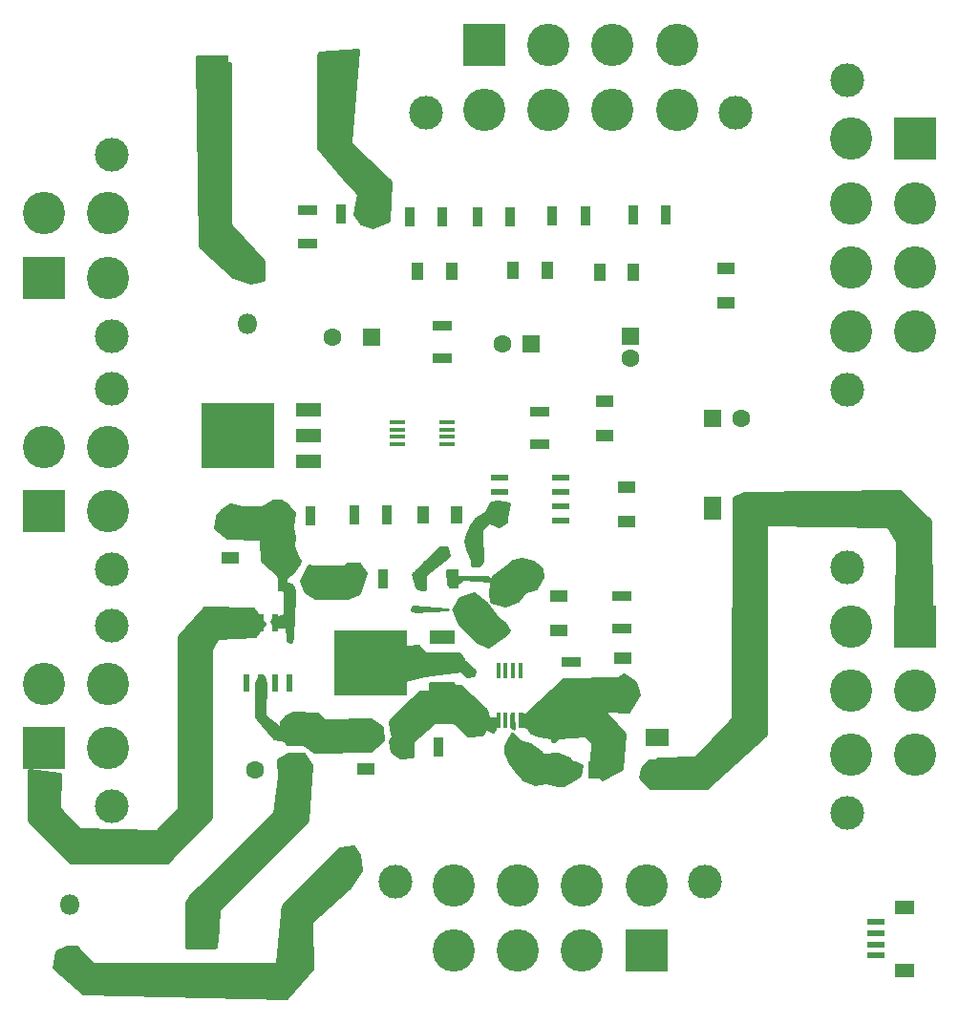
<source format=gbr>
G04 #@! TF.FileFunction,Soldermask,Top*
%FSLAX46Y46*%
G04 Gerber Fmt 4.6, Leading zero omitted, Abs format (unit mm)*
G04 Created by KiCad (PCBNEW 4.0.7) date 05/11/18 12:47:43*
%MOMM*%
%LPD*%
G01*
G04 APERTURE LIST*
%ADD10C,0.100000*%
%ADD11R,1.600000X1.600000*%
%ADD12C,1.600000*%
%ADD13R,1.600000X1.000000*%
%ADD14R,1.000000X1.600000*%
%ADD15R,1.800000X1.800000*%
%ADD16O,1.800000X1.800000*%
%ADD17R,1.650000X2.030000*%
%ADD18R,2.030000X1.650000*%
%ADD19R,2.700000X3.600000*%
%ADD20R,2.750000X4.700000*%
%ADD21R,2.200000X1.200000*%
%ADD22R,6.400000X5.800000*%
%ADD23R,1.700000X0.900000*%
%ADD24R,0.900000X1.700000*%
%ADD25R,0.450000X1.450000*%
%ADD26R,1.450000X0.450000*%
%ADD27R,0.600000X1.550000*%
%ADD28R,1.550000X0.600000*%
%ADD29R,3.750000X3.750000*%
%ADD30C,3.750000*%
%ADD31C,3.000000*%
%ADD32R,1.800000X1.200000*%
%ADD33C,0.254000*%
G04 APERTURE END LIST*
D10*
D11*
X163580000Y-88370000D03*
D12*
X166080000Y-88370000D03*
D13*
X155580000Y-112630000D03*
X155580000Y-109630000D03*
D11*
X147450000Y-81790000D03*
D12*
X144950000Y-81790000D03*
D14*
X148900000Y-75300000D03*
X145900000Y-75300000D03*
D13*
X149950000Y-104140000D03*
X149950000Y-107140000D03*
D11*
X156300000Y-81080000D03*
D12*
X156300000Y-83080000D03*
D14*
X153540000Y-75390000D03*
X156540000Y-75390000D03*
D13*
X144620000Y-104170000D03*
X144620000Y-107170000D03*
X120820000Y-97710000D03*
X120820000Y-100710000D03*
D11*
X126490000Y-119510000D03*
D12*
X122990000Y-119510000D03*
D13*
X153970000Y-86870000D03*
X153970000Y-89870000D03*
D14*
X137420000Y-75380000D03*
X140420000Y-75380000D03*
D11*
X133350000Y-81150000D03*
D12*
X129850000Y-81150000D03*
D14*
X140900000Y-96900000D03*
X137900000Y-96900000D03*
D13*
X132820000Y-116470000D03*
X132820000Y-119470000D03*
X164730000Y-75130000D03*
X164730000Y-78130000D03*
X155910000Y-94500000D03*
X155910000Y-97500000D03*
D15*
X106600000Y-136600000D03*
D16*
X106600000Y-131520000D03*
D15*
X122300000Y-74930000D03*
D16*
X122300000Y-80010000D03*
D17*
X163600000Y-96340000D03*
X166760000Y-96340000D03*
D18*
X158620000Y-116660000D03*
X158620000Y-119820000D03*
D19*
X126650000Y-133600000D03*
X118350000Y-133600000D03*
D20*
X130150000Y-58600000D03*
X119250000Y-58600000D03*
D21*
X139590000Y-112340000D03*
X139590000Y-110060000D03*
X139590000Y-107780000D03*
D22*
X133290000Y-110060000D03*
D21*
X127770000Y-92200000D03*
X127770000Y-89920000D03*
X127770000Y-87640000D03*
D22*
X121470000Y-89920000D03*
D23*
X151070000Y-112850000D03*
X151070000Y-109950000D03*
X148250000Y-87780000D03*
X148250000Y-90680000D03*
X155510000Y-104140000D03*
X155510000Y-107040000D03*
D24*
X139250000Y-117480000D03*
X136350000Y-117480000D03*
X140580000Y-102590000D03*
X137680000Y-102590000D03*
X156530000Y-70320000D03*
X159430000Y-70320000D03*
X152270000Y-70460000D03*
X149370000Y-70460000D03*
X125500000Y-102860000D03*
X128400000Y-102860000D03*
X131460000Y-102590000D03*
X134360000Y-102590000D03*
D23*
X139570000Y-80160000D03*
X139570000Y-83060000D03*
D24*
X127910000Y-97010000D03*
X125010000Y-97010000D03*
X133550000Y-70240000D03*
X130650000Y-70240000D03*
D23*
X127700000Y-69950000D03*
X127700000Y-72850000D03*
D24*
X134710000Y-96900000D03*
X131810000Y-96900000D03*
X139590000Y-70520000D03*
X136690000Y-70520000D03*
X145650000Y-70500000D03*
X142750000Y-70500000D03*
D25*
X146505000Y-110700000D03*
X145855000Y-110700000D03*
X145205000Y-110700000D03*
X144555000Y-110700000D03*
X144555000Y-115100000D03*
X145205000Y-115100000D03*
X145855000Y-115100000D03*
X146505000Y-115100000D03*
D26*
X140000000Y-90675000D03*
X140000000Y-90025000D03*
X140000000Y-89375000D03*
X140000000Y-88725000D03*
X135600000Y-88725000D03*
X135600000Y-89375000D03*
X135600000Y-90025000D03*
X135600000Y-90675000D03*
D27*
X126095000Y-106470000D03*
X124825000Y-106470000D03*
X123555000Y-106470000D03*
X122285000Y-106470000D03*
X122285000Y-111870000D03*
X123555000Y-111870000D03*
X124825000Y-111870000D03*
X126095000Y-111870000D03*
D28*
X144660000Y-93595000D03*
X144660000Y-94865000D03*
X144660000Y-96135000D03*
X144660000Y-97405000D03*
X150060000Y-97405000D03*
X150060000Y-96135000D03*
X150060000Y-94865000D03*
X150060000Y-93595000D03*
D11*
X153290000Y-119510000D03*
D12*
X151290000Y-119510000D03*
D29*
X181500000Y-106800000D03*
D30*
X181500000Y-112500000D03*
X181500000Y-118200000D03*
X175800000Y-106800000D03*
X175800000Y-112500000D03*
X175800000Y-118200000D03*
D31*
X175470000Y-101625000D03*
X175470000Y-123375000D03*
D28*
X178075000Y-133000000D03*
X178075000Y-134000000D03*
X178075000Y-135000000D03*
X178075000Y-136000000D03*
D32*
X180600000Y-131700000D03*
X180600000Y-137300000D03*
D29*
X181500000Y-63600000D03*
D30*
X181500000Y-69300000D03*
X181500000Y-75000000D03*
X181500000Y-80700000D03*
X175800000Y-63600000D03*
X175800000Y-69300000D03*
X175800000Y-75000000D03*
X175800000Y-80700000D03*
D31*
X175470000Y-58425000D03*
X175470000Y-85875000D03*
D29*
X157700000Y-135500000D03*
D30*
X152000000Y-135500000D03*
X146300000Y-135500000D03*
X140600000Y-135500000D03*
X157700000Y-129800000D03*
X152000000Y-129800000D03*
X146300000Y-129800000D03*
X140600000Y-129800000D03*
D31*
X162875000Y-129470000D03*
X135425000Y-129470000D03*
D29*
X104300000Y-75900000D03*
D30*
X104300000Y-70200000D03*
X110000000Y-75900000D03*
X110000000Y-70200000D03*
D31*
X110330000Y-81075000D03*
X110330000Y-65025000D03*
D29*
X104300000Y-96600000D03*
D30*
X104300000Y-90900000D03*
X110000000Y-96600000D03*
X110000000Y-90900000D03*
D31*
X110330000Y-101775000D03*
X110330000Y-85725000D03*
D29*
X104300000Y-117600000D03*
D30*
X104300000Y-111900000D03*
X110000000Y-117600000D03*
X110000000Y-111900000D03*
D31*
X110330000Y-122775000D03*
X110330000Y-106725000D03*
D29*
X143300000Y-55300000D03*
D30*
X149000000Y-55300000D03*
X154700000Y-55300000D03*
X160400000Y-55300000D03*
X143300000Y-61000000D03*
X149000000Y-61000000D03*
X154700000Y-61000000D03*
X160400000Y-61000000D03*
D31*
X138125000Y-61330000D03*
X165575000Y-61330000D03*
D33*
G36*
X132275788Y-127046050D02*
X132370413Y-128465428D01*
X131402950Y-129916622D01*
X128014433Y-133006153D01*
X127984663Y-133046837D01*
X127973038Y-133103097D01*
X128071855Y-137154585D01*
X125842456Y-139771705D01*
X107749474Y-139374057D01*
X105138063Y-137052803D01*
X105411964Y-135591998D01*
X106324460Y-135227000D01*
X107147394Y-135227000D01*
X108610197Y-136689803D01*
X108652211Y-136717666D01*
X108700000Y-136727000D01*
X124800000Y-136727000D01*
X124849410Y-136716994D01*
X124891035Y-136688553D01*
X124918315Y-136646159D01*
X124926179Y-136614420D01*
X125326179Y-133114420D01*
X125326753Y-133107922D01*
X125423714Y-131556552D01*
X130559731Y-126519305D01*
X131744074Y-126337098D01*
X132275788Y-127046050D01*
X132275788Y-127046050D01*
G37*
X132275788Y-127046050D02*
X132370413Y-128465428D01*
X131402950Y-129916622D01*
X128014433Y-133006153D01*
X127984663Y-133046837D01*
X127973038Y-133103097D01*
X128071855Y-137154585D01*
X125842456Y-139771705D01*
X107749474Y-139374057D01*
X105138063Y-137052803D01*
X105411964Y-135591998D01*
X106324460Y-135227000D01*
X107147394Y-135227000D01*
X108610197Y-136689803D01*
X108652211Y-136717666D01*
X108700000Y-136727000D01*
X124800000Y-136727000D01*
X124849410Y-136716994D01*
X124891035Y-136688553D01*
X124918315Y-136646159D01*
X124926179Y-136614420D01*
X125326179Y-133114420D01*
X125326753Y-133107922D01*
X125423714Y-131556552D01*
X130559731Y-126519305D01*
X131744074Y-126337098D01*
X132275788Y-127046050D01*
G36*
X127970764Y-119133468D02*
X127676115Y-124044279D01*
X119810197Y-131910197D01*
X119782334Y-131952211D01*
X119773247Y-131992078D01*
X119598288Y-134791425D01*
X119009428Y-133831802D01*
X118975057Y-133794922D01*
X118929046Y-133774319D01*
X118878645Y-133773241D01*
X118831795Y-133791856D01*
X118795878Y-133827233D01*
X118776555Y-133873795D01*
X118776869Y-133924207D01*
X118789058Y-133957866D01*
X119488598Y-135273000D01*
X116927000Y-135273000D01*
X116927000Y-131244548D01*
X117151260Y-130964223D01*
X117174313Y-130919390D01*
X117178107Y-130869120D01*
X117160788Y-130819755D01*
X124689206Y-123390395D01*
X124717347Y-123348567D01*
X124726019Y-123315752D01*
X125126019Y-120115752D01*
X125126753Y-120092078D01*
X125031998Y-118575991D01*
X125929980Y-118127000D01*
X127330284Y-118127000D01*
X127970764Y-119133468D01*
X127970764Y-119133468D01*
G37*
X127970764Y-119133468D02*
X127676115Y-124044279D01*
X119810197Y-131910197D01*
X119782334Y-131952211D01*
X119773247Y-131992078D01*
X119598288Y-134791425D01*
X119009428Y-133831802D01*
X118975057Y-133794922D01*
X118929046Y-133774319D01*
X118878645Y-133773241D01*
X118831795Y-133791856D01*
X118795878Y-133827233D01*
X118776555Y-133873795D01*
X118776869Y-133924207D01*
X118789058Y-133957866D01*
X119488598Y-135273000D01*
X116927000Y-135273000D01*
X116927000Y-131244548D01*
X117151260Y-130964223D01*
X117174313Y-130919390D01*
X117178107Y-130869120D01*
X117160788Y-130819755D01*
X124689206Y-123390395D01*
X124717347Y-123348567D01*
X124726019Y-123315752D01*
X125126019Y-120115752D01*
X125126753Y-120092078D01*
X125031998Y-118575991D01*
X125929980Y-118127000D01*
X127330284Y-118127000D01*
X127970764Y-119133468D01*
G36*
X122834578Y-105225546D02*
X123841888Y-106599150D01*
X123033742Y-107676678D01*
X119692542Y-107873219D01*
X119643805Y-107886109D01*
X119603922Y-107916945D01*
X119588982Y-107938323D01*
X119088982Y-108838323D01*
X119073000Y-108900000D01*
X119073000Y-123749245D01*
X115245526Y-127773000D01*
X106652606Y-127773000D01*
X102927000Y-124047394D01*
X102927000Y-119544440D01*
X105769347Y-119911195D01*
X105673066Y-122895905D01*
X105681474Y-122945612D01*
X105707669Y-122987201D01*
X107407669Y-124787201D01*
X107448870Y-124816253D01*
X107498133Y-124826986D01*
X114298133Y-124926986D01*
X114347684Y-124917708D01*
X114392196Y-124887344D01*
X116192196Y-122987344D01*
X116218914Y-122944593D01*
X116227000Y-122900000D01*
X116227000Y-107649655D01*
X118554433Y-105128270D01*
X122834578Y-105225546D01*
X122834578Y-105225546D01*
G37*
X122834578Y-105225546D02*
X123841888Y-106599150D01*
X123033742Y-107676678D01*
X119692542Y-107873219D01*
X119643805Y-107886109D01*
X119603922Y-107916945D01*
X119588982Y-107938323D01*
X119088982Y-108838323D01*
X119073000Y-108900000D01*
X119073000Y-123749245D01*
X115245526Y-127773000D01*
X106652606Y-127773000D01*
X102927000Y-124047394D01*
X102927000Y-119544440D01*
X105769347Y-119911195D01*
X105673066Y-122895905D01*
X105681474Y-122945612D01*
X105707669Y-122987201D01*
X107407669Y-124787201D01*
X107448870Y-124816253D01*
X107498133Y-124826986D01*
X114298133Y-124926986D01*
X114347684Y-124917708D01*
X114392196Y-124887344D01*
X116192196Y-122987344D01*
X116218914Y-122944593D01*
X116227000Y-122900000D01*
X116227000Y-107649655D01*
X118554433Y-105128270D01*
X122834578Y-105225546D01*
G36*
X132857869Y-102118417D02*
X132201206Y-103900789D01*
X131177626Y-104273000D01*
X128332909Y-104273000D01*
X127496021Y-103808062D01*
X127315261Y-103446542D01*
X127040739Y-102805990D01*
X127776200Y-101427000D01*
X127847394Y-101427000D01*
X127910197Y-101489803D01*
X127952211Y-101517666D01*
X128000000Y-101527000D01*
X130800000Y-101527000D01*
X130849410Y-101516994D01*
X130876200Y-101501600D01*
X131242333Y-101227000D01*
X132233877Y-101227000D01*
X132857869Y-102118417D01*
X132857869Y-102118417D01*
G37*
X132857869Y-102118417D02*
X132201206Y-103900789D01*
X131177626Y-104273000D01*
X128332909Y-104273000D01*
X127496021Y-103808062D01*
X127315261Y-103446542D01*
X127040739Y-102805990D01*
X127776200Y-101427000D01*
X127847394Y-101427000D01*
X127910197Y-101489803D01*
X127952211Y-101517666D01*
X128000000Y-101527000D01*
X130800000Y-101527000D01*
X130849410Y-101516994D01*
X130876200Y-101501600D01*
X131242333Y-101227000D01*
X132233877Y-101227000D01*
X132857869Y-102118417D01*
G36*
X125721251Y-95900857D02*
X126006131Y-96185737D01*
X126465154Y-96736565D01*
X126374728Y-97279121D01*
X126374276Y-97282039D01*
X126274276Y-97982039D01*
X126276024Y-98027550D01*
X126471003Y-98904953D01*
X126374276Y-99582039D01*
X126382083Y-99647167D01*
X126580699Y-100143707D01*
X126779517Y-100740161D01*
X126794330Y-100770447D01*
X126959875Y-101018765D01*
X126884895Y-101243706D01*
X126501308Y-101819086D01*
X126115164Y-102205230D01*
X125620664Y-102600830D01*
X125588331Y-102639509D01*
X125573000Y-102700000D01*
X125573000Y-102800000D01*
X125583006Y-102849410D01*
X125611447Y-102891035D01*
X125659839Y-102920483D01*
X126218501Y-103106704D01*
X126384895Y-103356294D01*
X126472334Y-103618611D01*
X126373963Y-106668094D01*
X126286408Y-106843204D01*
X126273000Y-106900000D01*
X126273000Y-107789489D01*
X126199162Y-108232517D01*
X125846521Y-108114970D01*
X125924534Y-107724907D01*
X125925724Y-107682039D01*
X125825724Y-106982039D01*
X125808831Y-106934541D01*
X125774789Y-106897357D01*
X125728963Y-106876347D01*
X125700000Y-106873000D01*
X125120610Y-106873000D01*
X124596041Y-106698144D01*
X124449019Y-106330587D01*
X124575232Y-106204374D01*
X124750829Y-106116575D01*
X125544593Y-105818914D01*
X125587344Y-105792196D01*
X125616332Y-105750951D01*
X125627000Y-105700000D01*
X125627000Y-103800000D01*
X125616994Y-103750590D01*
X125589803Y-103710197D01*
X125314676Y-103435070D01*
X125023208Y-102269198D01*
X125001517Y-102223690D01*
X124982651Y-102203574D01*
X123623964Y-101038985D01*
X123526824Y-99193325D01*
X123514236Y-99144509D01*
X123483646Y-99104437D01*
X123439877Y-99079423D01*
X123404377Y-99073075D01*
X120544267Y-98974451D01*
X119437965Y-98144723D01*
X119619611Y-97054847D01*
X120084548Y-96496922D01*
X120820553Y-96036919D01*
X121793593Y-96296396D01*
X121843913Y-96299459D01*
X121891460Y-96282704D01*
X121916119Y-96263487D01*
X121952606Y-96227000D01*
X123700000Y-96227000D01*
X123770447Y-96205670D01*
X124638452Y-95627000D01*
X125264822Y-95627000D01*
X125721251Y-95900857D01*
X125721251Y-95900857D01*
G37*
X125721251Y-95900857D02*
X126006131Y-96185737D01*
X126465154Y-96736565D01*
X126374728Y-97279121D01*
X126374276Y-97282039D01*
X126274276Y-97982039D01*
X126276024Y-98027550D01*
X126471003Y-98904953D01*
X126374276Y-99582039D01*
X126382083Y-99647167D01*
X126580699Y-100143707D01*
X126779517Y-100740161D01*
X126794330Y-100770447D01*
X126959875Y-101018765D01*
X126884895Y-101243706D01*
X126501308Y-101819086D01*
X126115164Y-102205230D01*
X125620664Y-102600830D01*
X125588331Y-102639509D01*
X125573000Y-102700000D01*
X125573000Y-102800000D01*
X125583006Y-102849410D01*
X125611447Y-102891035D01*
X125659839Y-102920483D01*
X126218501Y-103106704D01*
X126384895Y-103356294D01*
X126472334Y-103618611D01*
X126373963Y-106668094D01*
X126286408Y-106843204D01*
X126273000Y-106900000D01*
X126273000Y-107789489D01*
X126199162Y-108232517D01*
X125846521Y-108114970D01*
X125924534Y-107724907D01*
X125925724Y-107682039D01*
X125825724Y-106982039D01*
X125808831Y-106934541D01*
X125774789Y-106897357D01*
X125728963Y-106876347D01*
X125700000Y-106873000D01*
X125120610Y-106873000D01*
X124596041Y-106698144D01*
X124449019Y-106330587D01*
X124575232Y-106204374D01*
X124750829Y-106116575D01*
X125544593Y-105818914D01*
X125587344Y-105792196D01*
X125616332Y-105750951D01*
X125627000Y-105700000D01*
X125627000Y-103800000D01*
X125616994Y-103750590D01*
X125589803Y-103710197D01*
X125314676Y-103435070D01*
X125023208Y-102269198D01*
X125001517Y-102223690D01*
X124982651Y-102203574D01*
X123623964Y-101038985D01*
X123526824Y-99193325D01*
X123514236Y-99144509D01*
X123483646Y-99104437D01*
X123439877Y-99079423D01*
X123404377Y-99073075D01*
X120544267Y-98974451D01*
X119437965Y-98144723D01*
X119619611Y-97054847D01*
X120084548Y-96496922D01*
X120820553Y-96036919D01*
X121793593Y-96296396D01*
X121843913Y-96299459D01*
X121891460Y-96282704D01*
X121916119Y-96263487D01*
X121952606Y-96227000D01*
X123700000Y-96227000D01*
X123770447Y-96205670D01*
X124638452Y-95627000D01*
X125264822Y-95627000D01*
X125721251Y-95900857D01*
G36*
X123972385Y-111815636D02*
X123873075Y-114695623D01*
X123881373Y-114745349D01*
X123923800Y-114801600D01*
X125123800Y-115701600D01*
X125169332Y-115723241D01*
X125219696Y-115725463D01*
X125266956Y-115707916D01*
X125303666Y-115673364D01*
X125324042Y-115627252D01*
X125327000Y-115600000D01*
X125327000Y-115338452D01*
X125686962Y-114798509D01*
X126427241Y-114428369D01*
X128550549Y-114524883D01*
X129217349Y-115096426D01*
X129261376Y-115120984D01*
X129303174Y-115126960D01*
X133260127Y-115028036D01*
X134277872Y-115768214D01*
X134368347Y-116944394D01*
X133252943Y-117873898D01*
X128242472Y-117972142D01*
X127377970Y-117299752D01*
X127332826Y-117277316D01*
X127300000Y-117273000D01*
X125799158Y-117273000D01*
X125723208Y-116969198D01*
X125701517Y-116923690D01*
X125663830Y-116890206D01*
X125612637Y-116873630D01*
X124666818Y-116779048D01*
X123300248Y-115022030D01*
X123256796Y-114986408D01*
X123127000Y-114921510D01*
X123127000Y-111829980D01*
X123384670Y-111314640D01*
X123809035Y-111243913D01*
X123972385Y-111815636D01*
X123972385Y-111815636D01*
G37*
X123972385Y-111815636D02*
X123873075Y-114695623D01*
X123881373Y-114745349D01*
X123923800Y-114801600D01*
X125123800Y-115701600D01*
X125169332Y-115723241D01*
X125219696Y-115725463D01*
X125266956Y-115707916D01*
X125303666Y-115673364D01*
X125324042Y-115627252D01*
X125327000Y-115600000D01*
X125327000Y-115338452D01*
X125686962Y-114798509D01*
X126427241Y-114428369D01*
X128550549Y-114524883D01*
X129217349Y-115096426D01*
X129261376Y-115120984D01*
X129303174Y-115126960D01*
X133260127Y-115028036D01*
X134277872Y-115768214D01*
X134368347Y-116944394D01*
X133252943Y-117873898D01*
X128242472Y-117972142D01*
X127377970Y-117299752D01*
X127332826Y-117277316D01*
X127300000Y-117273000D01*
X125799158Y-117273000D01*
X125723208Y-116969198D01*
X125701517Y-116923690D01*
X125663830Y-116890206D01*
X125612637Y-116873630D01*
X124666818Y-116779048D01*
X123300248Y-115022030D01*
X123256796Y-114986408D01*
X123127000Y-114921510D01*
X123127000Y-111829980D01*
X123384670Y-111314640D01*
X123809035Y-111243913D01*
X123972385Y-111815636D01*
G36*
X141245286Y-112122018D02*
X143487777Y-114169510D01*
X143677886Y-114834890D01*
X143701081Y-114879650D01*
X143739863Y-114911859D01*
X143784248Y-114926019D01*
X144451034Y-115009367D01*
X144282146Y-115938248D01*
X144074923Y-116145471D01*
X143556796Y-115886408D01*
X143508128Y-115873260D01*
X143458178Y-115880084D01*
X143414819Y-115905802D01*
X143391098Y-115934659D01*
X143125076Y-116378028D01*
X141845764Y-116469408D01*
X140586142Y-115306680D01*
X140543048Y-115280518D01*
X140500000Y-115273000D01*
X139000000Y-115273000D01*
X138950590Y-115283006D01*
X138915317Y-115305354D01*
X137015317Y-117005354D01*
X136985166Y-117045758D01*
X136973000Y-117100000D01*
X136973000Y-118382394D01*
X135837942Y-118469706D01*
X135116042Y-117928281D01*
X134936855Y-116942751D01*
X135189803Y-116689803D01*
X135217666Y-116647789D01*
X135226988Y-116598246D01*
X135222114Y-116565110D01*
X135024089Y-115872022D01*
X134927000Y-115289489D01*
X134927000Y-115252606D01*
X136787173Y-113392433D01*
X137648285Y-112627000D01*
X138400000Y-112627000D01*
X138449410Y-112616994D01*
X138491035Y-112588553D01*
X138518315Y-112546159D01*
X138527000Y-112500000D01*
X138527000Y-111840816D01*
X141245286Y-112122018D01*
X141245286Y-112122018D01*
G37*
X141245286Y-112122018D02*
X143487777Y-114169510D01*
X143677886Y-114834890D01*
X143701081Y-114879650D01*
X143739863Y-114911859D01*
X143784248Y-114926019D01*
X144451034Y-115009367D01*
X144282146Y-115938248D01*
X144074923Y-116145471D01*
X143556796Y-115886408D01*
X143508128Y-115873260D01*
X143458178Y-115880084D01*
X143414819Y-115905802D01*
X143391098Y-115934659D01*
X143125076Y-116378028D01*
X141845764Y-116469408D01*
X140586142Y-115306680D01*
X140543048Y-115280518D01*
X140500000Y-115273000D01*
X139000000Y-115273000D01*
X138950590Y-115283006D01*
X138915317Y-115305354D01*
X137015317Y-117005354D01*
X136985166Y-117045758D01*
X136973000Y-117100000D01*
X136973000Y-118382394D01*
X135837942Y-118469706D01*
X135116042Y-117928281D01*
X134936855Y-116942751D01*
X135189803Y-116689803D01*
X135217666Y-116647789D01*
X135226988Y-116598246D01*
X135222114Y-116565110D01*
X135024089Y-115872022D01*
X134927000Y-115289489D01*
X134927000Y-115252606D01*
X136787173Y-113392433D01*
X137648285Y-112627000D01*
X138400000Y-112627000D01*
X138449410Y-112616994D01*
X138491035Y-112588553D01*
X138518315Y-112546159D01*
X138527000Y-112500000D01*
X138527000Y-111840816D01*
X141245286Y-112122018D01*
G36*
X182873689Y-97454627D02*
X182971409Y-105076727D01*
X179829236Y-105169144D01*
X179926982Y-99402152D01*
X179908161Y-99333440D01*
X179108161Y-98033440D01*
X179073743Y-97996603D01*
X179027706Y-97976059D01*
X179002396Y-97973023D01*
X168402396Y-97773023D01*
X168352806Y-97782095D01*
X168310652Y-97809745D01*
X168282577Y-97851617D01*
X168273000Y-97900000D01*
X168273000Y-116443677D01*
X163051039Y-121173000D01*
X158052606Y-121173000D01*
X157137864Y-120258258D01*
X157316993Y-119362613D01*
X157952606Y-118727000D01*
X158500000Y-118727000D01*
X158549410Y-118716994D01*
X158589803Y-118689803D01*
X158754190Y-118525416D01*
X162003847Y-118426942D01*
X162052931Y-118415444D01*
X162091173Y-118388411D01*
X165291173Y-115088411D01*
X165318387Y-115045973D01*
X165326998Y-115000645D01*
X165426564Y-95386158D01*
X166325338Y-95026649D01*
X180149510Y-94827740D01*
X182873689Y-97454627D01*
X182873689Y-97454627D01*
G37*
X182873689Y-97454627D02*
X182971409Y-105076727D01*
X179829236Y-105169144D01*
X179926982Y-99402152D01*
X179908161Y-99333440D01*
X179108161Y-98033440D01*
X179073743Y-97996603D01*
X179027706Y-97976059D01*
X179002396Y-97973023D01*
X168402396Y-97773023D01*
X168352806Y-97782095D01*
X168310652Y-97809745D01*
X168282577Y-97851617D01*
X168273000Y-97900000D01*
X168273000Y-116443677D01*
X163051039Y-121173000D01*
X158052606Y-121173000D01*
X157137864Y-120258258D01*
X157316993Y-119362613D01*
X157952606Y-118727000D01*
X158500000Y-118727000D01*
X158549410Y-118716994D01*
X158589803Y-118689803D01*
X158754190Y-118525416D01*
X162003847Y-118426942D01*
X162052931Y-118415444D01*
X162091173Y-118388411D01*
X165291173Y-115088411D01*
X165318387Y-115045973D01*
X165326998Y-115000645D01*
X165426564Y-95386158D01*
X166325338Y-95026649D01*
X180149510Y-94827740D01*
X182873689Y-97454627D01*
G36*
X146610197Y-117089803D02*
X146652211Y-117117666D01*
X146682039Y-117125724D01*
X147352017Y-117221435D01*
X148307589Y-117890335D01*
X148494330Y-118170447D01*
X148530063Y-118206008D01*
X148576816Y-118224866D01*
X148609740Y-118226626D01*
X149880272Y-118128893D01*
X150819768Y-118504691D01*
X151098400Y-118876200D01*
X151136051Y-118909725D01*
X151172450Y-118923976D01*
X151953196Y-119097475D01*
X151785338Y-120020690D01*
X150364822Y-120873000D01*
X149812577Y-120873000D01*
X148824907Y-120675466D01*
X148787363Y-120673630D01*
X147816182Y-120770748D01*
X146774080Y-120391802D01*
X146099702Y-119621085D01*
X145612237Y-118938633D01*
X145227000Y-117975541D01*
X145227000Y-117426067D01*
X145512138Y-116760745D01*
X145819738Y-116299344D01*
X146610197Y-117089803D01*
X146610197Y-117089803D01*
G37*
X146610197Y-117089803D02*
X146652211Y-117117666D01*
X146682039Y-117125724D01*
X147352017Y-117221435D01*
X148307589Y-117890335D01*
X148494330Y-118170447D01*
X148530063Y-118206008D01*
X148576816Y-118224866D01*
X148609740Y-118226626D01*
X149880272Y-118128893D01*
X150819768Y-118504691D01*
X151098400Y-118876200D01*
X151136051Y-118909725D01*
X151172450Y-118923976D01*
X151953196Y-119097475D01*
X151785338Y-120020690D01*
X150364822Y-120873000D01*
X149812577Y-120873000D01*
X148824907Y-120675466D01*
X148787363Y-120673630D01*
X147816182Y-120770748D01*
X146774080Y-120391802D01*
X146099702Y-119621085D01*
X145612237Y-118938633D01*
X145227000Y-117975541D01*
X145227000Y-117426067D01*
X145512138Y-116760745D01*
X145819738Y-116299344D01*
X146610197Y-117089803D01*
G36*
X145970227Y-115865707D02*
X145927000Y-115930548D01*
X145927000Y-115900000D01*
X145916994Y-115850590D01*
X145888553Y-115808965D01*
X145856796Y-115786408D01*
X145727000Y-115721510D01*
X145727000Y-114627000D01*
X145881748Y-114627000D01*
X145970227Y-115865707D01*
X145970227Y-115865707D01*
G37*
X145970227Y-115865707D02*
X145927000Y-115930548D01*
X145927000Y-115900000D01*
X145916994Y-115850590D01*
X145888553Y-115808965D01*
X145856796Y-115786408D01*
X145727000Y-115721510D01*
X145727000Y-114627000D01*
X145881748Y-114627000D01*
X145970227Y-115865707D01*
G36*
X156692387Y-111778771D02*
X157060601Y-112883414D01*
X156131840Y-114369433D01*
X154206342Y-114273158D01*
X154156494Y-114280684D01*
X154113501Y-114307011D01*
X154084138Y-114347990D01*
X154073032Y-114397165D01*
X154081932Y-114446786D01*
X154105354Y-114484683D01*
X155768378Y-116343357D01*
X155479669Y-119422917D01*
X153753212Y-120422444D01*
X152829157Y-118574333D01*
X152926677Y-117209048D01*
X152920217Y-117159051D01*
X152889803Y-117110197D01*
X152289803Y-116510197D01*
X152247789Y-116482334D01*
X152188998Y-116473477D01*
X149888998Y-116673477D01*
X149840640Y-116687726D01*
X149810197Y-116710197D01*
X149547394Y-116973000D01*
X149327000Y-116973000D01*
X149327000Y-116800000D01*
X149316994Y-116750590D01*
X149288553Y-116708965D01*
X149224907Y-116675466D01*
X148724907Y-116575466D01*
X148720879Y-116574728D01*
X148135966Y-116477243D01*
X147479285Y-116195808D01*
X147099170Y-115720664D01*
X147060491Y-115688331D01*
X147000000Y-115673000D01*
X146427000Y-115673000D01*
X146427000Y-114527000D01*
X146673000Y-114527000D01*
X146673000Y-114600000D01*
X146683006Y-114649410D01*
X146711447Y-114691035D01*
X146753841Y-114718315D01*
X146803509Y-114726952D01*
X146852623Y-114715584D01*
X146885696Y-114693730D01*
X150350426Y-111525977D01*
X155102645Y-111426972D01*
X155170447Y-111405670D01*
X155696843Y-111054739D01*
X156692387Y-111778771D01*
X156692387Y-111778771D01*
G37*
X156692387Y-111778771D02*
X157060601Y-112883414D01*
X156131840Y-114369433D01*
X154206342Y-114273158D01*
X154156494Y-114280684D01*
X154113501Y-114307011D01*
X154084138Y-114347990D01*
X154073032Y-114397165D01*
X154081932Y-114446786D01*
X154105354Y-114484683D01*
X155768378Y-116343357D01*
X155479669Y-119422917D01*
X153753212Y-120422444D01*
X152829157Y-118574333D01*
X152926677Y-117209048D01*
X152920217Y-117159051D01*
X152889803Y-117110197D01*
X152289803Y-116510197D01*
X152247789Y-116482334D01*
X152188998Y-116473477D01*
X149888998Y-116673477D01*
X149840640Y-116687726D01*
X149810197Y-116710197D01*
X149547394Y-116973000D01*
X149327000Y-116973000D01*
X149327000Y-116800000D01*
X149316994Y-116750590D01*
X149288553Y-116708965D01*
X149224907Y-116675466D01*
X148724907Y-116575466D01*
X148720879Y-116574728D01*
X148135966Y-116477243D01*
X147479285Y-116195808D01*
X147099170Y-115720664D01*
X147060491Y-115688331D01*
X147000000Y-115673000D01*
X146427000Y-115673000D01*
X146427000Y-114527000D01*
X146673000Y-114527000D01*
X146673000Y-114600000D01*
X146683006Y-114649410D01*
X146711447Y-114691035D01*
X146753841Y-114718315D01*
X146803509Y-114726952D01*
X146852623Y-114715584D01*
X146885696Y-114693730D01*
X150350426Y-111525977D01*
X155102645Y-111426972D01*
X155170447Y-111405670D01*
X155696843Y-111054739D01*
X156692387Y-111778771D01*
G36*
X143508079Y-104689809D02*
X144496656Y-106073817D01*
X144529553Y-106105670D01*
X145106798Y-106490500D01*
X145538758Y-107181636D01*
X145017626Y-107702768D01*
X143688404Y-108652212D01*
X142773569Y-108194795D01*
X141010395Y-106529574D01*
X140620483Y-105359839D01*
X140595366Y-105316129D01*
X140574923Y-105300600D01*
X140583366Y-105295808D01*
X140613592Y-105256796D01*
X141090771Y-104302438D01*
X142378419Y-103842564D01*
X143508079Y-104689809D01*
X143508079Y-104689809D01*
G37*
X143508079Y-104689809D02*
X144496656Y-106073817D01*
X144529553Y-106105670D01*
X145106798Y-106490500D01*
X145538758Y-107181636D01*
X145017626Y-107702768D01*
X143688404Y-108652212D01*
X142773569Y-108194795D01*
X141010395Y-106529574D01*
X140620483Y-105359839D01*
X140595366Y-105316129D01*
X140574923Y-105300600D01*
X140583366Y-105295808D01*
X140613592Y-105256796D01*
X141090771Y-104302438D01*
X142378419Y-103842564D01*
X143508079Y-104689809D01*
G36*
X140102398Y-105294306D02*
X137116663Y-105455698D01*
X137111980Y-105440087D01*
X137079848Y-105401241D01*
X137035134Y-105377957D01*
X136984885Y-105373903D01*
X136959839Y-105379517D01*
X136888261Y-105403376D01*
X136993446Y-105035227D01*
X140102398Y-105294306D01*
X140102398Y-105294306D01*
G37*
X140102398Y-105294306D02*
X137116663Y-105455698D01*
X137111980Y-105440087D01*
X137079848Y-105401241D01*
X137035134Y-105377957D01*
X136984885Y-105373903D01*
X136959839Y-105379517D01*
X136888261Y-105403376D01*
X136993446Y-105035227D01*
X140102398Y-105294306D01*
G36*
X147643195Y-101116146D02*
X148379845Y-101668633D01*
X148469362Y-102474286D01*
X147916133Y-103488539D01*
X147072450Y-103676024D01*
X147026387Y-103696510D01*
X146999752Y-103722030D01*
X146323360Y-104591677D01*
X145197113Y-104967092D01*
X143916814Y-104601293D01*
X143827879Y-103800875D01*
X143926019Y-103015752D01*
X143927000Y-103000000D01*
X143927000Y-102900000D01*
X143916994Y-102850590D01*
X143888553Y-102808965D01*
X143846159Y-102781685D01*
X143810547Y-102773439D01*
X141410547Y-102573439D01*
X141360476Y-102579307D01*
X141316634Y-102604192D01*
X141279517Y-102659839D01*
X141202041Y-102892268D01*
X140117409Y-103142568D01*
X140035186Y-101827000D01*
X140873000Y-101827000D01*
X140873000Y-102300000D01*
X140883006Y-102349410D01*
X140911447Y-102391035D01*
X140953841Y-102418315D01*
X141000000Y-102427000D01*
X143547394Y-102427000D01*
X143810197Y-102689803D01*
X143852211Y-102717666D01*
X143901754Y-102726988D01*
X143951022Y-102716300D01*
X143992249Y-102687287D01*
X144018941Y-102644520D01*
X144027000Y-102600000D01*
X144027000Y-102552606D01*
X144284836Y-102294770D01*
X145279336Y-101499170D01*
X145281303Y-101497564D01*
X145858985Y-101016162D01*
X146598604Y-100831258D01*
X147643195Y-101116146D01*
X147643195Y-101116146D01*
G37*
X147643195Y-101116146D02*
X148379845Y-101668633D01*
X148469362Y-102474286D01*
X147916133Y-103488539D01*
X147072450Y-103676024D01*
X147026387Y-103696510D01*
X146999752Y-103722030D01*
X146323360Y-104591677D01*
X145197113Y-104967092D01*
X143916814Y-104601293D01*
X143827879Y-103800875D01*
X143926019Y-103015752D01*
X143927000Y-103000000D01*
X143927000Y-102900000D01*
X143916994Y-102850590D01*
X143888553Y-102808965D01*
X143846159Y-102781685D01*
X143810547Y-102773439D01*
X141410547Y-102573439D01*
X141360476Y-102579307D01*
X141316634Y-102604192D01*
X141279517Y-102659839D01*
X141202041Y-102892268D01*
X140117409Y-103142568D01*
X140035186Y-101827000D01*
X140873000Y-101827000D01*
X140873000Y-102300000D01*
X140883006Y-102349410D01*
X140911447Y-102391035D01*
X140953841Y-102418315D01*
X141000000Y-102427000D01*
X143547394Y-102427000D01*
X143810197Y-102689803D01*
X143852211Y-102717666D01*
X143901754Y-102726988D01*
X143951022Y-102716300D01*
X143992249Y-102687287D01*
X144018941Y-102644520D01*
X144027000Y-102600000D01*
X144027000Y-102552606D01*
X144284836Y-102294770D01*
X145279336Y-101499170D01*
X145281303Y-101497564D01*
X145858985Y-101016162D01*
X146598604Y-100831258D01*
X147643195Y-101116146D01*
G36*
X145548827Y-95901596D02*
X145187473Y-97618028D01*
X144596003Y-97956011D01*
X143856796Y-97586408D01*
X143808128Y-97573260D01*
X143758178Y-97580084D01*
X143703574Y-97617349D01*
X143103574Y-98317349D01*
X143079016Y-98361376D01*
X143073087Y-98404700D01*
X143171037Y-101049357D01*
X142910197Y-101310197D01*
X142882334Y-101352211D01*
X142873012Y-101401754D01*
X142875446Y-101412975D01*
X142227000Y-101462856D01*
X142227000Y-101000000D01*
X142217917Y-100952833D01*
X141821116Y-99960831D01*
X141632178Y-99205077D01*
X141819739Y-98642393D01*
X142111353Y-97864757D01*
X142585772Y-97295453D01*
X143470447Y-96705670D01*
X143516054Y-96651580D01*
X143886924Y-95817123D01*
X144596436Y-95728434D01*
X145548827Y-95901596D01*
X145548827Y-95901596D01*
G37*
X145548827Y-95901596D02*
X145187473Y-97618028D01*
X144596003Y-97956011D01*
X143856796Y-97586408D01*
X143808128Y-97573260D01*
X143758178Y-97580084D01*
X143703574Y-97617349D01*
X143103574Y-98317349D01*
X143079016Y-98361376D01*
X143073087Y-98404700D01*
X143171037Y-101049357D01*
X142910197Y-101310197D01*
X142882334Y-101352211D01*
X142873012Y-101401754D01*
X142875446Y-101412975D01*
X142227000Y-101462856D01*
X142227000Y-101000000D01*
X142217917Y-100952833D01*
X141821116Y-99960831D01*
X141632178Y-99205077D01*
X141819739Y-98642393D01*
X142111353Y-97864757D01*
X142585772Y-97295453D01*
X143470447Y-96705670D01*
X143516054Y-96651580D01*
X143886924Y-95817123D01*
X144596436Y-95728434D01*
X145548827Y-95901596D01*
G36*
X120773000Y-56902222D02*
X120773000Y-71100000D01*
X120783006Y-71149410D01*
X120806028Y-71185429D01*
X123773000Y-74449098D01*
X123773000Y-76098970D01*
X122605004Y-76368507D01*
X121065499Y-75887412D01*
X118126035Y-73143912D01*
X117829798Y-56258396D01*
X120773000Y-56902222D01*
X120773000Y-56902222D01*
G37*
X120773000Y-56902222D02*
X120773000Y-71100000D01*
X120783006Y-71149410D01*
X120806028Y-71185429D01*
X123773000Y-74449098D01*
X123773000Y-76098970D01*
X122605004Y-76368507D01*
X121065499Y-75887412D01*
X118126035Y-73143912D01*
X117829798Y-56258396D01*
X120773000Y-56902222D01*
G36*
X131473449Y-63889327D02*
X131479267Y-63939403D01*
X131512799Y-63992331D01*
X135069925Y-67351839D01*
X134877529Y-70814959D01*
X133395648Y-71463281D01*
X132382558Y-71094885D01*
X131833528Y-70271341D01*
X132125272Y-68520879D01*
X132123525Y-68470496D01*
X132093320Y-68413858D01*
X130895031Y-67115712D01*
X128627000Y-64453240D01*
X128627000Y-56215634D01*
X128700470Y-55921755D01*
X132161190Y-55734689D01*
X131473449Y-63889327D01*
X131473449Y-63889327D01*
G37*
X131473449Y-63889327D02*
X131479267Y-63939403D01*
X131512799Y-63992331D01*
X135069925Y-67351839D01*
X134877529Y-70814959D01*
X133395648Y-71463281D01*
X132382558Y-71094885D01*
X131833528Y-70271341D01*
X132125272Y-68520879D01*
X132123525Y-68470496D01*
X132093320Y-68413858D01*
X130895031Y-67115712D01*
X128627000Y-64453240D01*
X128627000Y-56215634D01*
X128700470Y-55921755D01*
X132161190Y-55734689D01*
X131473449Y-63889327D01*
G36*
X140158963Y-100550775D02*
X138120092Y-102201290D01*
X138087984Y-102240156D01*
X138073000Y-102300000D01*
X138073000Y-103495885D01*
X137712114Y-103568062D01*
X137305002Y-103405217D01*
X136943898Y-102141353D01*
X137884959Y-101294398D01*
X137886861Y-101292651D01*
X139450222Y-99827000D01*
X139998124Y-99827000D01*
X140158963Y-100550775D01*
X140158963Y-100550775D01*
G37*
X140158963Y-100550775D02*
X138120092Y-102201290D01*
X138087984Y-102240156D01*
X138073000Y-102300000D01*
X138073000Y-103495885D01*
X137712114Y-103568062D01*
X137305002Y-103405217D01*
X136943898Y-102141353D01*
X137884959Y-101294398D01*
X137886861Y-101292651D01*
X139450222Y-99827000D01*
X139998124Y-99827000D01*
X140158963Y-100550775D01*
G36*
X138110197Y-109189803D02*
X138152211Y-109217666D01*
X138200000Y-109227000D01*
X141047394Y-109227000D01*
X141395626Y-109575232D01*
X141586408Y-109956796D01*
X141615626Y-109994921D01*
X142463195Y-110748316D01*
X142390011Y-111187423D01*
X141844902Y-111265296D01*
X141389803Y-110810197D01*
X141347789Y-110782334D01*
X141284718Y-110773923D01*
X137984718Y-111173923D01*
X137971443Y-111176252D01*
X136673263Y-111475832D01*
X136331782Y-111544128D01*
X136420924Y-108602452D01*
X136443204Y-108613592D01*
X136512637Y-108626370D01*
X137452752Y-108532358D01*
X138110197Y-109189803D01*
X138110197Y-109189803D01*
G37*
X138110197Y-109189803D02*
X138152211Y-109217666D01*
X138200000Y-109227000D01*
X141047394Y-109227000D01*
X141395626Y-109575232D01*
X141586408Y-109956796D01*
X141615626Y-109994921D01*
X142463195Y-110748316D01*
X142390011Y-111187423D01*
X141844902Y-111265296D01*
X141389803Y-110810197D01*
X141347789Y-110782334D01*
X141284718Y-110773923D01*
X137984718Y-111173923D01*
X137971443Y-111176252D01*
X136673263Y-111475832D01*
X136331782Y-111544128D01*
X136420924Y-108602452D01*
X136443204Y-108613592D01*
X136512637Y-108626370D01*
X137452752Y-108532358D01*
X138110197Y-109189803D01*
M02*

</source>
